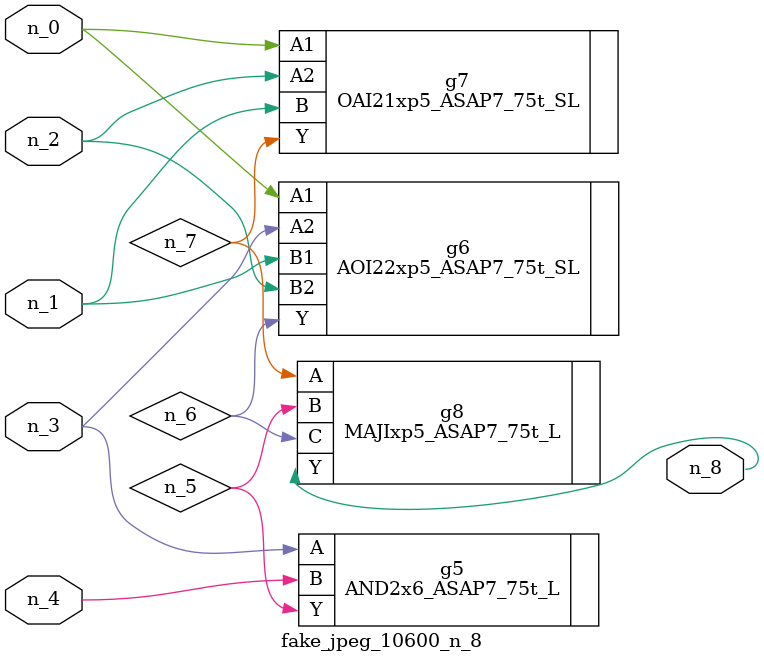
<source format=v>
module fake_jpeg_10600_n_8 (n_3, n_2, n_1, n_0, n_4, n_8);

input n_3;
input n_2;
input n_1;
input n_0;
input n_4;

output n_8;

wire n_6;
wire n_5;
wire n_7;

AND2x6_ASAP7_75t_L g5 ( 
.A(n_3),
.B(n_4),
.Y(n_5)
);

AOI22xp5_ASAP7_75t_SL g6 ( 
.A1(n_0),
.A2(n_3),
.B1(n_1),
.B2(n_2),
.Y(n_6)
);

OAI21xp5_ASAP7_75t_SL g7 ( 
.A1(n_0),
.A2(n_2),
.B(n_1),
.Y(n_7)
);

MAJIxp5_ASAP7_75t_L g8 ( 
.A(n_7),
.B(n_5),
.C(n_6),
.Y(n_8)
);


endmodule
</source>
